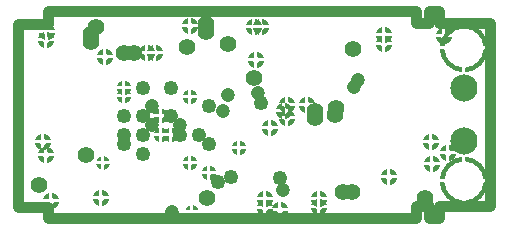
<source format=gbr>
%FSLAX25Y25*%
%MOIN*%
G04 EasyPC Gerber Version 18.0.8 Build 3632 *
%ADD120C,0.03650*%
%ADD119C,0.04750*%
%ADD118C,0.04921*%
%ADD117C,0.05550*%
%ADD113C,0.09068*%
%AMT116*0 Thermal pad*7,0,0,0.04750,0.01600,0.01000,0*%
%ADD116T116*%
%AMT114*0 Thermal pad*7,0,0,0.04921,0.01772,0.01000,0*%
%ADD114T114*%
%AMT115*0 Thermal pad*7,0,0,0.05550,0.02400,0.01000,0*%
%ADD115T115*%
%AMT121*0 Thermal pad*7,0,0,0.16205,0.13055,0.01000,0*%
%ADD121T121*%
X0Y0D02*
D02*
D113*
X175761Y39946D03*
Y57757D03*
D02*
D114*
X62376Y57809D03*
X62572Y54856D03*
X71824Y48360D03*
X74974Y42061D03*
Y48360D03*
X78124Y42061D03*
X84423Y32612D03*
Y54659D03*
X90722Y29462D03*
X100958Y37730D03*
D02*
D115*
X35407Y39502D03*
X36574Y73574D03*
X36588Y35171D03*
X36653Y76488D03*
X37992Y20070D03*
X54895Y20998D03*
X56273Y68045D03*
X70078Y69423D03*
X72834D03*
X84620Y78281D03*
X105708Y77887D03*
X106470Y67061D03*
X108267Y77887D03*
X109448Y17708D03*
Y20661D03*
X111194Y44423D03*
X114541Y17061D03*
X115722Y49935D03*
X116706Y52100D03*
X116903Y47572D03*
X123596Y52100D03*
X127362Y17905D03*
Y20661D03*
X149212Y72433D03*
Y75189D03*
X150787Y27944D03*
X164935Y39502D03*
X165131Y32317D03*
X169069Y75033D03*
X170446Y36155D03*
D02*
D116*
X55486Y32612D03*
X85210Y16273D03*
D02*
D117*
X34226Y25328D03*
X49777Y35368D03*
X51574Y73023D03*
Y75582D03*
X53124Y78084D03*
X62598Y69423D03*
X65748D03*
X83635Y71194D03*
X89960Y76370D03*
Y79126D03*
X90131Y20998D03*
X97218Y72376D03*
X105880Y60958D03*
X126155Y47572D03*
Y49935D03*
X132848Y48557D03*
X133045Y51116D03*
X135433Y23023D03*
X138582D03*
X138950Y70604D03*
X162795Y21055D03*
D02*
D118*
X62376Y38911D03*
Y42061D03*
Y48360D03*
X68675Y35761D03*
Y42061D03*
Y48360D03*
Y57809D03*
X78124Y48360D03*
Y57809D03*
X81273Y42061D03*
X87572D03*
X90722Y38911D03*
Y51509D03*
X93872Y26313D03*
X98202Y27887D03*
X108045Y52494D03*
X114344Y27494D03*
D02*
D119*
X71824Y45210D03*
Y51509D03*
X78517Y16470D03*
X81273Y45210D03*
X95446Y50131D03*
X97218Y55250D03*
X107257Y56037D03*
X115328Y23557D03*
X139147Y58006D03*
X140328Y60171D03*
D02*
D120*
X167322Y14305D02*
X164173D01*
Y18259*
X159803*
Y14305*
X37126*
Y17866*
X27003*
Y79126*
X37047*
Y83399*
X159763*
Y79401*
X164094*
Y83399*
X167322*
Y79165*
X184423*
Y18417*
X167322*
Y14305*
D02*
D121*
X175761Y26805D03*
Y70899D03*
X0Y0D02*
M02*

</source>
